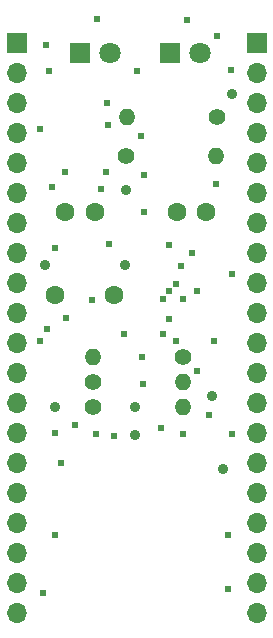
<source format=gbs>
%TF.GenerationSoftware,KiCad,Pcbnew,7.0.5*%
%TF.CreationDate,2023-10-28T22:09:15+09:00*%
%TF.ProjectId,EMUZ80PIC_SD_MK3.2,454d555a-3830-4504-9943-5f53445f4d4b,3.2*%
%TF.SameCoordinates,PX7aa1f66PY7f075e2*%
%TF.FileFunction,Soldermask,Bot*%
%TF.FilePolarity,Negative*%
%FSLAX46Y46*%
G04 Gerber Fmt 4.6, Leading zero omitted, Abs format (unit mm)*
G04 Created by KiCad (PCBNEW 7.0.5) date 2023-10-28 22:09:15*
%MOMM*%
%LPD*%
G01*
G04 APERTURE LIST*
%ADD10C,1.600000*%
%ADD11C,1.400000*%
%ADD12O,1.400000X1.400000*%
%ADD13R,1.800000X1.800000*%
%ADD14C,1.800000*%
%ADD15R,1.700000X1.700000*%
%ADD16O,1.700000X1.700000*%
%ADD17C,0.605000*%
%ADD18C,0.900000*%
G04 APERTURE END LIST*
D10*
X6449400Y37174400D03*
X8949400Y37174400D03*
D11*
X19280000Y45210000D03*
D12*
X11660000Y45210000D03*
D13*
X15350200Y50661800D03*
D14*
X17890200Y50661800D03*
D11*
X8770000Y22760000D03*
D12*
X16390000Y22760000D03*
D11*
X16390000Y24860000D03*
D12*
X8770000Y24860000D03*
D10*
X18402200Y37174400D03*
X15902200Y37174400D03*
D11*
X11560000Y41910000D03*
D12*
X19180000Y41910000D03*
D13*
X7730200Y50661800D03*
D14*
X10270200Y50661800D03*
D11*
X8760000Y20650000D03*
D12*
X16380000Y20650000D03*
D10*
X5600000Y30164000D03*
X10600000Y30164000D03*
D15*
X2320000Y51500000D03*
D16*
X2320000Y48960000D03*
X2320000Y46420000D03*
X2320000Y43880000D03*
X2320000Y41340000D03*
X2320000Y38800000D03*
X2320000Y36260000D03*
X2320000Y33720000D03*
X2320000Y31180000D03*
X2320000Y28640000D03*
X2320000Y26100000D03*
X2320000Y23560000D03*
X2320000Y21020000D03*
X2320000Y18480000D03*
X2320000Y15940000D03*
X2320000Y13400000D03*
X2320000Y10860000D03*
X2320000Y8320000D03*
X2320000Y5780000D03*
X2320000Y3240000D03*
D15*
X22640000Y51500000D03*
D16*
X22640000Y48960000D03*
X22640000Y46420000D03*
X22640000Y43880000D03*
X22640000Y41340000D03*
X22640000Y38800000D03*
X22640000Y36260000D03*
X22640000Y33720000D03*
X22640000Y31180000D03*
X22640000Y28640000D03*
X22640000Y26100000D03*
X22640000Y23560000D03*
X22640000Y21020000D03*
X22640000Y18480000D03*
X22640000Y15940000D03*
X22640000Y13400000D03*
X22640000Y10860000D03*
X22640000Y8320000D03*
X22640000Y5780000D03*
X22640000Y3240000D03*
D17*
X9160000Y53510000D03*
X16720000Y53440000D03*
X10150000Y34450000D03*
X5570000Y34140000D03*
X8720000Y29720000D03*
X16220000Y32600000D03*
X4600000Y4920000D03*
X20200000Y5230000D03*
X20200000Y9860000D03*
X5580000Y9830000D03*
X10540000Y18210000D03*
X5560000Y18460000D03*
X9490000Y39110000D03*
X5330000Y39330000D03*
X13150000Y37190000D03*
X19200000Y39510000D03*
X13120000Y40300000D03*
X12890000Y43580000D03*
X20470000Y49190000D03*
X12500000Y49150000D03*
X5050000Y49080000D03*
X4840000Y51350000D03*
X19060000Y26280000D03*
X18650000Y19980000D03*
X13010000Y22600000D03*
X12980000Y24900000D03*
D18*
X18910000Y21610000D03*
X4730000Y32680000D03*
X19810000Y15440000D03*
D17*
X6450000Y40530000D03*
D18*
X20580000Y47150000D03*
D17*
X9900000Y40530000D03*
X15250000Y34347997D03*
X10000000Y46420000D03*
X4310000Y44230000D03*
X15210000Y30470000D03*
X15240000Y28130000D03*
X6510000Y28170000D03*
X6050000Y15940000D03*
X15860000Y31090000D03*
X15859400Y26260000D03*
X4340000Y26260000D03*
X4910000Y27250000D03*
X20590000Y31940000D03*
X20590000Y18380000D03*
X16380000Y18380000D03*
X16390000Y29800000D03*
X14555057Y18860560D03*
D18*
X12390000Y18330000D03*
X12390000Y20650000D03*
X11560000Y39060000D03*
X5590000Y20650000D03*
X11520000Y32650000D03*
D17*
X17630000Y23730000D03*
X7260000Y19110000D03*
X17630000Y30450000D03*
X17140000Y33710000D03*
X10030000Y44555600D03*
X14690000Y26880000D03*
X14690000Y29790000D03*
X9080000Y18390000D03*
X11400000Y26880000D03*
X19320000Y52100000D03*
M02*

</source>
